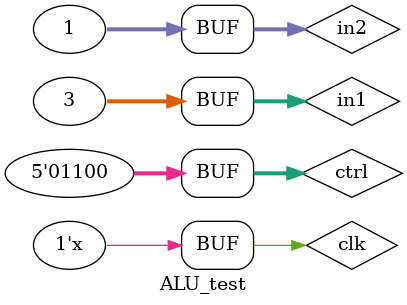
<source format=v>
module ALU_test();
  reg[31:0] in1,in2;
  reg[4:0] ctrl;
  wire[31:0] out;
  reg clk;
  
  ALU alu(.in1(in1),.in2(in2),.ctrl(ctrl),.out(out),.clk(clk));
  
  initial
  begin
    in1=3;
    in2=1;
    ctrl=0;
    clk=0;
  end
  
  always     #10 clk=~clk;
  
  always 
  begin
  #10 ctrl=4'b0001;//out=3
  #10 ctrl=4'b0010;//out=4
  #10 ctrl=4'b0110;//out=2
  #10 ctrl=4'b0111;//out=0
  #10 ctrl=4'b1100;//out=
  end
  
  
endmodule

</source>
